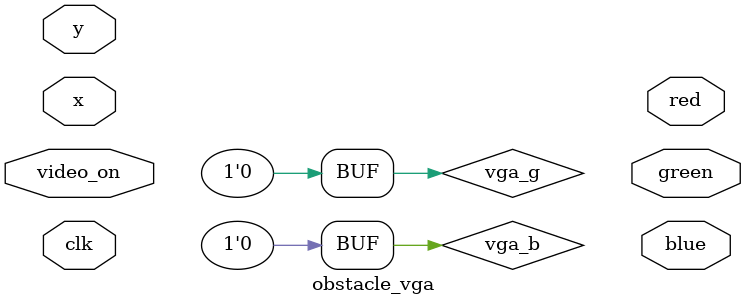
<source format=v>
`timescale 1ns / 1ps

module obstacle_vga (
    input wire clk,     // 100 MHz clock
    input wire video_on,
    input [9:0] x, y,
    output reg [3:0] red, green, blue
);

    // VGA timing parameters
    localparam H_ACTIVE = 640;            // Active horizontal pixels
    localparam H_FRONT_PORCH = 16;        // Front porch
    localparam H_SYNC_PULSE = 96;         // Sync pulse
    localparam H_BACK_PORCH = 48;         // Back porch
    localparam H_TOTAL = H_ACTIVE + H_FRONT_PORCH + H_SYNC_PULSE + H_BACK_PORCH;

    localparam V_ACTIVE = 480;            // Active vertical pixels
    localparam V_FRONT_PORCH = 10;        // Front porch
    localparam V_SYNC_PULSE = 2;          // Sync pulse
    localparam V_BACK_PORCH = 33;         // Back porch
    localparam V_TOTAL = V_ACTIVE + V_FRONT_PORCH + V_SYNC_PULSE + V_BACK_PORCH;

    // Horizontal and vertical counters
    reg [9:0] h_count = 0;
    reg [9:0] v_count = 0;

    // Generate horizontal and vertical sync signals
    assign hsync = (h_count >= (H_ACTIVE + H_FRONT_PORCH)) && 
                   (h_count < (H_ACTIVE + H_FRONT_PORCH + H_SYNC_PULSE));
    assign vsync = (v_count >= (V_ACTIVE + V_FRONT_PORCH)) && 
                   (v_count < (V_ACTIVE + V_FRONT_PORCH + V_SYNC_PULSE));

    // Detect active video region
    wire video_active = (h_count < H_ACTIVE) && (v_count < V_ACTIVE);

    // Compute x and y coordinates within the active video region
    wire [9:0] x = (video_active) ? h_count : 10'd0;
    wire [9:0] y = (video_active) ? v_count : 10'd0;

    // Obstacle Parameters
    localparam OBSTACLE_X_START = 200;
    localparam OBSTACLE_X_END = 300;
    localparam OBSTACLE_Y_START = 150;
    localparam OBSTACLE_Y_END = 200;

    // Determine pixel color (Obstacle region)
    wire obstacle_region = (x >= OBSTACLE_X_START && x < OBSTACLE_X_END &&
                            y >= OBSTACLE_Y_START && y < OBSTACLE_Y_END);

    // VGA color assignment
    assign vga_r = (video_active && obstacle_region) ? 4'b1111 : 4'b0000;  // Red obstacle
    assign vga_g = 4'b0000;  // No green
    assign vga_b = 4'b0000;  // No blue

    // Horizontal and vertical counters
    always @(posedge clk_100MHz or posedge rst) begin
        if (rst) begin
            h_count <= 0;
            v_count <= 0;
        end else begin
            // Increment horizontal counter
            if (h_count == H_TOTAL - 1) begin
                h_count <= 0;
                // Increment vertical counter
                if (v_count == V_TOTAL - 1) begin
                    v_count <= 0;
                end else begin
                    v_count <= v_count + 1;
                end
            end else begin
                h_count <= h_count + 1;
            end
        end
    end

endmodule
</source>
